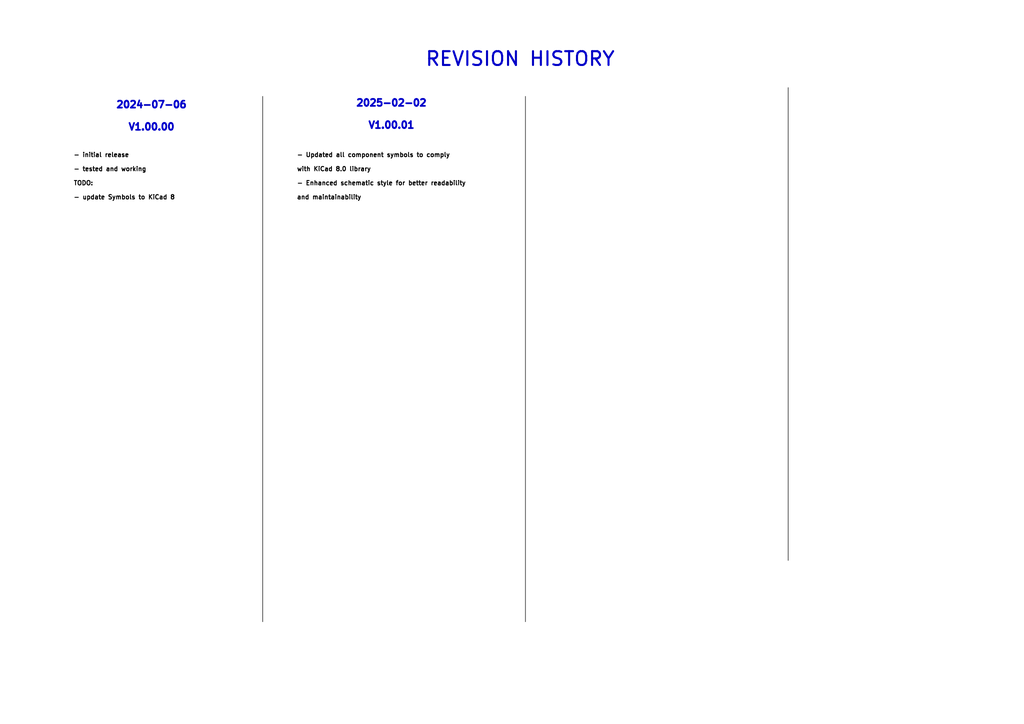
<source format=kicad_sch>
(kicad_sch
	(version 20231120)
	(generator "eeschema")
	(generator_version "8.0")
	(uuid "c4380ca4-d09a-46bb-90f3-d05b6c01dfb2")
	(paper "A4")
	(title_block
		(title "Revision History")
		(date "2025-02-02")
		(rev "V1")
		(company "© 2024 Benjamin Hoppe")
		(comment 1 "Project revision history and change tracking documentation")
	)
	(lib_symbols)
	(polyline
		(pts
			(xy 228.6 25.4) (xy 228.6 162.56)
		)
		(stroke
			(width 0)
			(type default)
			(color 0 0 0 1)
		)
		(uuid "721d35e4-5e69-434a-8d6f-ea4cc3f830a4")
	)
	(polyline
		(pts
			(xy 152.4 27.94) (xy 152.4 180.34)
		)
		(stroke
			(width 0)
			(type default)
			(color 0 0 0 1)
		)
		(uuid "760ea894-3a07-4e1c-bc33-9fafa696c52d")
	)
	(polyline
		(pts
			(xy 76.2 27.94) (xy 76.2 180.34)
		)
		(stroke
			(width 0)
			(type default)
			(color 0 0 0 1)
		)
		(uuid "b1bf2507-af62-4b57-a683-0d0ba8f08887")
	)
	(text_box "- initial release\n\n- tested and working\n\nTODO:\n\n- update Symbols to KiCad 8"
		(exclude_from_sim no)
		(at 20.32 43.18 0)
		(size 53.34 137.16)
		(stroke
			(width -0.0001)
			(type default)
		)
		(fill
			(type none)
		)
		(effects
			(font
				(size 1.27 1.27)
				(thickness 0.254)
				(bold yes)
				(color 0 0 0 1)
			)
			(justify left top)
		)
		(uuid "d26425e5-a2e1-45d0-9cbe-0a35a837a412")
	)
	(text_box "- Updated all component symbols to comply \n\nwith KiCad 8.0 library \n\n- Enhanced schematic style for better readability \n\nand maintainability\n\n"
		(exclude_from_sim no)
		(at 85.09 43.18 0)
		(size 53.34 137.16)
		(stroke
			(width -0.0001)
			(type default)
		)
		(fill
			(type none)
		)
		(effects
			(font
				(size 1.27 1.27)
				(thickness 0.254)
				(bold yes)
				(color 0 0 0 1)
			)
			(justify left top)
		)
		(uuid "dc0598ab-67b5-4c54-9063-bf692531f708")
	)
	(text "2024-07-06\n\nV1.00.00"
		(exclude_from_sim no)
		(at 43.942 33.782 0)
		(effects
			(font
				(size 2 2)
				(thickness 0.6)
				(bold yes)
			)
		)
		(uuid "1c4e8ea9-52fd-45d2-84d7-1484fe1e82e2")
	)
	(text "REVISION HISTORY"
		(exclude_from_sim no)
		(at 150.876 17.272 0)
		(effects
			(font
				(size 4 4)
				(thickness 0.6)
				(bold yes)
			)
		)
		(uuid "656b2aed-b076-4b80-9d5c-aa10812c7a12")
	)
	(text "2025-02-02\n\nV1.00.01"
		(exclude_from_sim no)
		(at 113.538 33.274 0)
		(effects
			(font
				(size 2 2)
				(thickness 0.6)
				(bold yes)
			)
		)
		(uuid "e5bc9023-42b7-44da-8df1-8bf296edb691")
	)
)

</source>
